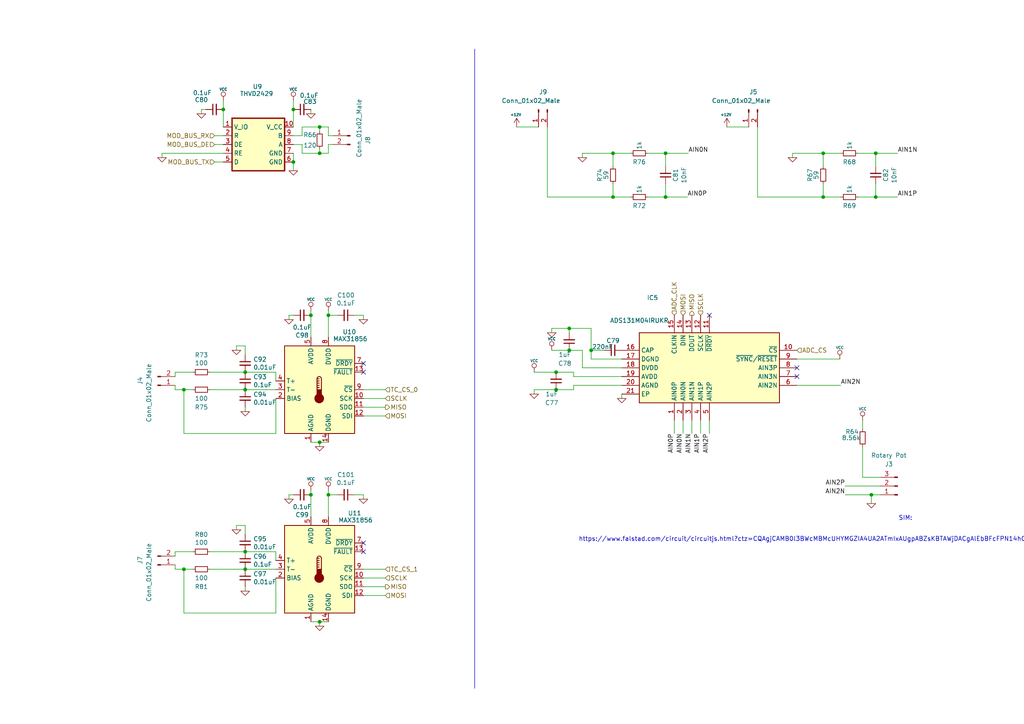
<source format=kicad_sch>
(kicad_sch (version 20250114) (generator "eeschema") (generator_version "9.0")
  (paper "A4")
  (lib_symbols
    (symbol "+5V_9" (power) (pin_names (offset 0))
      (property "Value" "+5V" (at 0 3.556 0))
      (symbol "+5V_9_0_1"
        (polyline (pts (xy -0.762 1.27) (xy 0 2.54)))
        (polyline (pts (xy 0 2.54) (xy 0.762 1.27)))
        (polyline (pts (xy 0 0) (xy 0 2.54)))
      )
      (symbol "+5V_9_1_1"
        (pin power_in line (at 0 0 90) (length 0) (hide yes) (name "+5V") (number "1"))
      )
    )
    (symbol "Connector:Conn_01x02_Male" (pin_names (offset 1.016) (hide yes))
      (property "Reference" "J" (at 0 2.54 0))
      (property "Value" "Conn_01x02_Male" (at 0 -5.08 0))
      (symbol "Conn_01x02_Male_1_1"
        (rectangle (start 0.8636 0.127) (end 0 -0.127) (stroke (width 0.1524)) (fill (type outline)))
        (rectangle (start 0.8636 -2.413) (end 0 -2.667) (stroke (width 0.1524)) (fill (type outline)))
        (polyline (pts (xy 1.27 0) (xy 0.8636 0)) (stroke (width 0.1524)))
        (polyline (pts (xy 1.27 -2.54) (xy 0.8636 -2.54)) (stroke (width 0.1524)))
        (pin passive line (at 5.08 0 180) (length 3.81) (name "Pin_1") (number "1"))
        (pin passive line (at 5.08 -2.54 180) (length 3.81) (name "Pin_2") (number "2"))
      )
    )
    (symbol "Connector:Conn_01x03_Male" (pin_names (offset 1.016) (hide yes))
      (property "Reference" "J" (at 0 5.08 0))
      (property "Value" "Conn_01x03_Male" (at 0 -5.08 0))
      (symbol "Conn_01x03_Male_1_1"
        (rectangle (start 0.8636 2.667) (end 0 2.413) (stroke (width 0.1524)) (fill (type outline)))
        (rectangle (start 0.8636 0.127) (end 0 -0.127) (stroke (width 0.1524)) (fill (type outline)))
        (rectangle (start 0.8636 -2.413) (end 0 -2.667) (stroke (width 0.1524)) (fill (type outline)))
        (polyline (pts (xy 1.27 2.54) (xy 0.8636 2.54)) (stroke (width 0.1524)))
        (polyline (pts (xy 1.27 0) (xy 0.8636 0)) (stroke (width 0.1524)))
        (polyline (pts (xy 1.27 -2.54) (xy 0.8636 -2.54)) (stroke (width 0.1524)))
        (pin passive line (at 5.08 2.54 180) (length 3.81) (name "Pin_1") (number "1"))
        (pin passive line (at 5.08 0 180) (length 3.81) (name "Pin_2") (number "2"))
        (pin passive line (at 5.08 -2.54 180) (length 3.81) (name "Pin_3") (number "3"))
      )
    )
    (symbol "Device:C_Small" (pin_numbers (hide yes)) (pin_names (offset 0.254) (hide yes))
      (property "Reference" "C" (at 0.254 1.778 0))
      (property "Value" "C_Small" (at 0.254 -2.032 0))
      (symbol "C_Small_0_1"
        (polyline (pts (xy -1.524 0.508) (xy 1.524 0.508)) (stroke (width 0.3048)))
        (polyline (pts (xy -1.524 -0.508) (xy 1.524 -0.508)) (stroke (width 0.3302)))
      )
      (symbol "C_Small_1_1"
        (pin passive line (at 0 2.54 270) (length 2.032) (name "~") (number "1"))
        (pin passive line (at 0 -2.54 90) (length 2.032) (name "~") (number "2"))
      )
    )
    (symbol "Device:R_Small" (pin_numbers (hide yes)) (pin_names (offset 0.254) (hide yes))
      (property "Reference" "R" (at 0.762 0.508 0))
      (property "Value" "R_Small" (at 0.762 -1.016 0))
      (symbol "R_Small_0_1"
        (rectangle (start -0.762 1.778) (end 0.762 -1.778) (stroke (width 0.2032)))
      )
      (symbol "R_Small_1_1"
        (pin passive line (at 0 2.54 270) (length 0.762) (name "~") (number "1"))
        (pin passive line (at 0 -2.54 90) (length 0.762) (name "~") (number "2"))
      )
    )
    (symbol "GND-RESCUE-BLDC_4_23" (power) (pin_names (offset 0))
      (symbol "GND-RESCUE-BLDC_4_23_0_1"
        (polyline (pts (xy -1.27 0) (xy 0 -1.27) (xy 1.27 0) (xy -1.27 0)))
      )
      (symbol "GND-RESCUE-BLDC_4_23_1_1"
        (pin power_in line (at 0 0 90) (length 0) (hide yes) (name "GND") (number "1"))
      )
    )
    (symbol "GND-RESCUE-BLDC_4_24" (power) (pin_names (offset 0))
      (symbol "GND-RESCUE-BLDC_4_24_0_1"
        (polyline (pts (xy -1.27 0) (xy 0 -1.27) (xy 1.27 0) (xy -1.27 0)))
      )
      (symbol "GND-RESCUE-BLDC_4_24_1_1"
        (pin power_in line (at 0 0 90) (length 0) (hide yes) (name "GND") (number "1"))
      )
    )
    (symbol "Sensor_Temperature:MAX31856"
      (property "Reference" "U" (at -7.62 13.97 0))
      (property "Value" "MAX31856" (at 13.97 13.97 0))
      (symbol "MAX31856_0_1"
        (rectangle (start -10.16 12.7) (end 10.16 -12.7) (stroke (width 0.254)) (fill (type background)))
        (polyline (pts (xy -0.762 3.175) (xy -0.762 0)) (stroke (width 0.254)))
        (polyline (pts (xy -0.762 3.175) (xy -0.127 3.175)) (stroke (width 0.254)))
        (polyline (pts (xy -0.762 2.54) (xy -0.127 2.54)) (stroke (width 0.254)))
        (polyline (pts (xy -0.762 1.905) (xy -0.127 1.905)) (stroke (width 0.254)))
        (polyline (pts (xy -0.762 1.27) (xy -0.127 1.27)) (stroke (width 0.254)))
        (polyline (pts (xy -0.762 0.635) (xy -0.127 0.635)) (stroke (width 0.254)))
        (arc (start -0.762 3.175) (mid -0.127 3.8073) (end 0.508 3.175) (stroke (width 0.254)))
        (circle (center -0.127 -2.54) (radius 1.27) (stroke (width 0.254)) (fill (type outline)))
        (polyline (pts (xy 0.508 3.175) (xy 0.508 0)) (stroke (width 0.254)))
        (rectangle (start 0.508 -1.905) (end -0.762 0) (stroke (width 0.254)) (fill (type outline)))
      )
      (symbol "MAX31856_1_1"
        (pin input line (at -12.7 2.54 0) (length 2.54) (name "T+") (number "4"))
        (pin input line (at -12.7 0 0) (length 2.54) (name "T-") (number "3"))
        (pin input line (at -12.7 -2.54 0) (length 2.54) (name "BIAS") (number "2"))
        (pin no_connect line (at -10.16 -7.62 0) (length 2.54) (hide yes) (name "DNC") (number "6"))
        (pin power_in line (at -2.54 15.24 270) (length 2.54) (name "AVDD") (number "5"))
        (pin power_in line (at -2.54 -15.24 90) (length 2.54) (name "AGND") (number "1"))
        (pin power_in line (at 2.54 15.24 270) (length 2.54) (name "DVDD") (number "8"))
        (pin power_in line (at 2.54 -15.24 90) (length 2.54) (name "DGND") (number "14"))
        (pin output line (at 12.7 7.62 180) (length 2.54) (name "~{DRDY}") (number "7"))
        (pin output line (at 12.7 5.08 180) (length 2.54) (name "~{FAULT}") (number "13"))
        (pin input line (at 12.7 0 180) (length 2.54) (name "~{CS}") (number "9"))
        (pin input line (at 12.7 -2.54 180) (length 2.54) (name "SCK") (number "10"))
        (pin output line (at 12.7 -5.08 180) (length 2.54) (name "SDO") (number "11"))
        (pin input line (at 12.7 -7.62 180) (length 2.54) (name "SDI") (number "12"))
      )
    )
    (symbol "THVD2429_1"
      (property "Reference" "U" (at 0 10.16 0))
      (property "Value" "THVD2429" (at 0 0 0))
      (symbol "THVD2429_1_1_0"
        (rectangle (start -7.62 7.62) (end 7.62 -7.62) (stroke (width 0.4064)) (fill (type color) (color 255 255 194 1)))
      )
      (symbol "THVD2429_1_1_1"
        (pin power_in line (at -10.16 5.08 0) (length 2.54) (name "V_IO") (number "1"))
        (pin output line (at -10.16 2.54 0) (length 2.54) (name "R") (number "2"))
        (pin input line (at -10.16 0 0) (length 2.54) (name "DE") (number "3"))
        (pin input line (at -10.16 -2.54 0) (length 2.54) (name "RE") (number "4"))
        (pin input line (at -10.16 -5.08 0) (length 2.54) (name "D") (number "5"))
        (pin power_in line (at 10.16 5.08 180) (length 2.54) (name "V_CC") (number "10"))
        (pin bidirectional line (at 10.16 2.54 180) (length 2.54) (name "B") (number "9"))
        (pin bidirectional line (at 10.16 0 180) (length 2.54) (name "A") (number "8"))
        (pin power_in line (at 10.16 -2.54 180) (length 2.54) (name "GND") (number "7"))
        (pin power_in line (at 10.16 -5.08 180) (length 2.54) (name "GND") (number "6"))
      )
    )
    (symbol "VCC_2" (power) (pin_names (offset 0))
      (property "Value" "VCC" (at 0 3.81 0))
      (symbol "VCC_2_0_1"
        (circle (center 0 1.905) (radius 0.635))
        (polyline (pts (xy 0 0) (xy 0 1.27)))
      )
      (symbol "VCC_2_1_1"
        (pin power_in line (at 0 0 90) (length 0) (hide yes) (name "VCC") (number "1"))
      )
    )
    (symbol "iclr:ADS131M04IRUKR"
      (property "Reference" "IC" (at 26.67 15.24 0))
      (property "Value" "ADS131M04IRUKR" (at 26.67 12.7 0))
      (symbol "ADS131M04IRUKR_1_1"
        (rectangle (start 5.08 10.16) (end 25.4 -30.48) (stroke (width 0.254)) (fill (type background)))
        (pin passive line (at 0 0 0) (length 5.08) (name "AIN0P") (number "1"))
        (pin passive line (at 0 -2.54 0) (length 5.08) (name "AIN0N") (number "2"))
        (pin passive line (at 0 -5.08 0) (length 5.08) (name "AIN1N") (number "3"))
        (pin passive line (at 0 -7.62 0) (length 5.08) (name "AIN1P") (number "4"))
        (pin passive line (at 0 -10.16 0) (length 5.08) (name "AIN2P") (number "5"))
        (pin passive line (at 7.62 15.24 270) (length 5.08) (name "EP") (number "21"))
        (pin passive line (at 10.16 15.24 270) (length 5.08) (name "AGND") (number "20"))
        (pin passive line (at 10.16 -35.56 90) (length 5.08) (name "AIN2N") (number "6"))
        (pin passive line (at 12.7 15.24 270) (length 5.08) (name "AVDD") (number "19"))
        (pin passive line (at 12.7 -35.56 90) (length 5.08) (name "AIN3N") (number "7"))
        (pin passive line (at 15.24 15.24 270) (length 5.08) (name "DVDD") (number "18"))
        (pin passive line (at 15.24 -35.56 90) (length 5.08) (name "AIN3P") (number "8"))
        (pin passive line (at 17.78 15.24 270) (length 5.08) (name "DGND") (number "17"))
        (pin passive line (at 17.78 -35.56 90) (length 5.08) (name "~{SYNC}/~{RESET}") (number "9"))
        (pin passive line (at 20.32 15.24 270) (length 5.08) (name "CAP") (number "16"))
        (pin passive line (at 20.32 -35.56 90) (length 5.08) (name "~{CS}") (number "10"))
        (pin passive line (at 30.48 0 180) (length 5.08) (name "CLKIN") (number "15"))
        (pin passive line (at 30.48 -2.54 180) (length 5.08) (name "DIN") (number "14"))
        (pin passive line (at 30.48 -5.08 180) (length 5.08) (name "DOUT") (number "13"))
        (pin passive line (at 30.48 -7.62 180) (length 5.08) (name "SCLK") (number "12"))
        (pin passive line (at 30.48 -10.16 180) (length 5.08) (name "~{DRDY}") (number "11"))
      )
    )
  )
  (text "https://www.falstad.com/circuit/circuitjs.html?ctz=CQAgjCAMB0l3BWcMBMcUHYMGZIA4UA2ATmIxAUgpABZsKBTAWjDACgAlEbBFcFPN14hCNKOJpVs0elTnQEbMBjE8+KBIW6FBuMREpwo0SRA4MAzgEsLAFwCGAOwDGDNgHMKhKpKqafNIJybAAOtKIgAoI0Eb7c4lRg8MlsAO7aglHhYlmQbNgYPhFZ-pF4uglsAE5eVCXetEZSyXnpMWJxpXF5NWrgGFp9KJLieP4eQnzYaJOzwQVSwmACs8qDlelDI0OaUGxAA" (at 346.71 156.464 0) (effects (font (size 1.27 1.27))))
  (text "https://www.falstad.com/circuit/circuitjs.html?ctz=CQAgjCAMB0l3BWcMBMcUHYMGZIA4UA2ATmIxAUgpABZsKBTAWjDACgB3EQvPcFPgmIp+fSJ268QKGlSEiZVcQGMKw0WoWza4ZnxbQwebNhoyMNQnDCUaUWJAjiuJwtzuuN4gE6aNNPCowAShkODYAZWkMBXxorSVwEAAzAEMAGwBnBlCUCWwEBOkpRSh8wultOiKfWjgQT2w0Buw3INlwrlLu7U9xAAdJPlKePmC+ekSweBm2ACUNQI1x0KptJESYBHn-MZDNuv5V+22otD5COxXL0Ig0rJyqPK6Y93iGkWcWtxvGz4kOm9AU0yl0EG4ek9tF9MCIbrDpHFak0qJ5Sn1JNNxFECgpwQ0Krg7Il7tlcvlWg1IB5mkTQR9UdSGd96a0JkzgUyvpy7MDKV9cdJ8YLSrU+W4Aqj+SBiNhpmwAOa0JaeSUEz5lXxq0rySpTeCK2jEH6840gJZKCluFbVLwA+o3W03L6jDQYHh23zuvZ8b160LYYizbAYKiu0p+9GrAFLG0glbckGlbXQgFmx0g50AkFLJ3EiTnN6FkHiTK0HNreP7UKkhhsMu25Px9RBFIZbJsLVVvi2sAto3QYhsMAWRH6eFxeNhJSD4iUGYL6wgOYMTIAS0yABdUgA7ZR1royEAsCGvE-0hHnhElw0jtxMG5348BaNcJ8PuyFj+a8A2ERgGgrj-MdQhoYhB3rX8KhQfFWGgpEa3bOsyzgkQzVQ8BANuNsHgkYQ+CWfDlXpDD0OAi0JGCMA3FjcjLTfYCYOtNAnnxL5gnqACgIqLiyhDdo4iYzCSmFaNfAAqReIk4Y2KpWY31kMYsOkzD8wY5paIqCi30gWDlOA3jxCVKiaKCFBqJlNofw41jrTlPErKxdjIFeBFplcti8PUQj1BQI8vjICF8WNWySI480gnCl9nPxWNdIlMQvJEHyRGiyIZRCJY8BfC0klrckFmyi47CK8ArLWMzji2HZSrNUrDNAuQqugbZBgAwS9LiXjJluRdnI861GM8nSBrCGS2nS0gFCPKahXKnCySeTtwHs1T+E4rCggNHTYq2vT81UMBVqk1ahKuPRjxgUhphgkcaBwSAeEgT4HCcSjFLmlbgk+9iPpO77DNvFj1XW1EPUtcTwsFGyQaoWV5XU1FmlYWkKmcqQUV-Wlmmc3pkepVE0co+LmWmPHLSidyFFeKnmRJJDyXEgmQZC2HMU6SzQtZwVahRwn-2ZnnMINNdkHxc8iPPGdnuJ-EX2mcWLICkIJZCNKgA" (at 202.438 -6.858 0) (effects (font (size 1.27 1.27))))
  (text "SIM:" (at 262.636 150.368 0) (effects (font (size 1.27 1.27))))
  (junction (at 254 57.15))
  (junction (at 85.09 46.99))
  (junction (at 161.29 107.95))
  (junction (at 193.04 57.15))
  (junction (at 254 44.45))
  (junction (at 238.76 57.15))
  (junction (at 71.12 165.1))
  (junction (at 161.29 113.03))
  (junction (at 177.8 44.45))
  (junction (at 53.34 165.1))
  (junction (at 95.25 91.44))
  (junction (at 90.17 143.51))
  (junction (at 92.71 180.34))
  (junction (at 171.45 101.6))
  (junction (at 193.04 44.45))
  (junction (at 71.12 107.95))
  (junction (at 92.71 44.45))
  (junction (at 90.17 91.44))
  (junction (at 64.77 31.75))
  (junction (at 71.12 160.02))
  (junction (at 252.73 143.51))
  (junction (at 165.1 95.25))
  (junction (at 177.8 57.15))
  (junction (at 85.09 31.75))
  (junction (at 53.34 113.03))
  (junction (at 165.1 101.6))
  (junction (at 92.71 128.27))
  (junction (at 92.71 36.83))
  (junction (at 71.12 113.03))
  (junction (at 95.25 143.51))
  (junction (at 238.76 44.45))
  (no_connect (at 205.74 91.44))
  (no_connect (at 105.41 107.95))
  (no_connect (at 105.41 105.41))
  (no_connect (at 105.41 160.02))
  (no_connect (at 231.14 109.22))
  (no_connect (at 231.14 106.68))
  (no_connect (at 105.41 157.48))
  (wire (pts (xy 64.77 44.45) (xy 46.99 44.45)))
  (wire (pts (xy 229.87 44.45) (xy 238.76 44.45)))
  (wire (pts (xy 60.96 107.95) (xy 71.12 107.95)))
  (wire (pts (xy 95.25 44.45) (xy 92.71 44.45)))
  (wire (pts (xy 68.58 152.4) (xy 71.12 152.4)))
  (wire (pts (xy 195.58 125.73) (xy 195.58 121.92)))
  (wire (pts (xy 59.69 31.75) (xy 58.42 31.75)))
  (wire (pts (xy 158.75 57.15) (xy 177.8 57.15)))
  (wire (pts (xy 97.79 143.51) (xy 95.25 143.51)))
  (wire (pts (xy 83.82 143.51) (xy 85.09 143.51)))
  (wire (pts (xy 168.91 44.45) (xy 177.8 44.45)))
  (wire (pts (xy 105.41 91.44) (xy 105.41 92.71)))
  (wire (pts (xy 85.09 29.21) (xy 85.09 31.75)))
  (wire (pts (xy 160.02 95.25) (xy 160.02 96.52)))
  (wire (pts (xy 85.09 39.37) (xy 87.63 39.37)))
  (wire (pts (xy 111.76 120.65) (xy 105.41 120.65)))
  (wire (pts (xy 165.1 95.25) (xy 165.1 96.52)))
  (wire (pts (xy 166.37 111.76) (xy 180.34 111.76)))
  (wire (pts (xy 96.52 41.91) (xy 95.25 41.91)))
  (wire (pts (xy 68.58 100.33) (xy 71.12 100.33)))
  (wire (pts (xy 200.66 125.73) (xy 200.66 121.92)))
  (wire (pts (xy 83.82 91.44) (xy 85.09 91.44)))
  (wire (pts (xy 62.23 41.91) (xy 64.77 41.91)))
  (wire (pts (xy 102.87 91.44) (xy 105.41 91.44)))
  (wire (pts (xy 248.92 57.15) (xy 254 57.15)))
  (wire (pts (xy 80.01 167.64) (xy 80.01 177.8)))
  (wire (pts (xy 166.37 109.22) (xy 180.34 109.22)))
  (wire (pts (xy 165.1 95.25) (xy 171.45 95.25)))
  (wire (pts (xy 95.25 142.24) (xy 95.25 143.51)))
  (wire (pts (xy 231.14 104.14) (xy 243.586 104.14)))
  (wire (pts (xy 193.04 57.15) (xy 199.39 57.15)))
  (wire (pts (xy 250.19 129.54) (xy 250.19 138.43)))
  (wire (pts (xy 171.45 104.14) (xy 180.34 104.14)))
  (wire (pts (xy 95.25 90.17) (xy 95.25 91.44)))
  (wire (pts (xy 92.71 180.34) (xy 95.25 180.34)))
  (wire (pts (xy 254 44.45) (xy 260.35 44.45)))
  (wire (pts (xy 254 48.26) (xy 254 44.45)))
  (wire (pts (xy 229.87 44.45) (xy 229.87 45.72)))
  (wire (pts (xy 68.58 152.4) (xy 68.58 153.67)))
  (wire (pts (xy 53.34 113.03) (xy 55.88 113.03)))
  (wire (pts (xy 193.04 44.45) (xy 187.96 44.45)))
  (wire (pts (xy 71.12 100.33) (xy 71.12 102.87)))
  (wire (pts (xy 50.8 113.03) (xy 53.34 113.03)))
  (wire (pts (xy 71.12 113.03) (xy 80.01 113.03)))
  (wire (pts (xy 111.76 170.18) (xy 105.41 170.18)))
  (wire (pts (xy 111.76 172.72) (xy 105.41 172.72)))
  (wire (pts (xy 177.8 48.26) (xy 177.8 44.45)))
  (wire (pts (xy 166.37 113.03) (xy 166.37 111.76)))
  (wire (pts (xy 80.01 160.02) (xy 80.01 162.56)))
  (wire (pts (xy 219.71 36.83) (xy 219.71 57.15)))
  (wire (pts (xy 95.25 41.91) (xy 95.25 44.45)))
  (wire (pts (xy 96.52 39.37) (xy 95.25 39.37)))
  (wire (pts (xy 154.94 107.95) (xy 161.29 107.95)))
  (wire (pts (xy 210.82 36.83) (xy 217.17 36.83)))
  (wire (pts (xy 53.34 165.1) (xy 55.88 165.1)))
  (wire (pts (xy 90.17 128.27) (xy 92.71 128.27)))
  (wire (pts (xy 53.34 177.8) (xy 53.34 165.1)))
  (wire (pts (xy 62.23 46.99) (xy 64.77 46.99)))
  (wire (pts (xy 85.09 36.83) (xy 85.09 31.75)))
  (wire (pts (xy 64.77 29.21) (xy 64.77 31.75)))
  (wire (pts (xy 205.74 121.92) (xy 205.74 125.73)))
  (wire (pts (xy 58.42 31.75) (xy 58.42 33.02)))
  (wire (pts (xy 168.91 106.68) (xy 180.34 106.68)))
  (wire (pts (xy 90.17 143.51) (xy 90.17 149.86)))
  (wire (pts (xy 92.71 43.18) (xy 92.71 44.45)))
  (wire (pts (xy 161.29 113.03) (xy 166.37 113.03)))
  (wire (pts (xy 85.09 46.99) (xy 85.09 49.53)))
  (wire (pts (xy 254 57.15) (xy 254 53.34)))
  (wire (pts (xy 55.88 107.95) (xy 50.8 107.95)))
  (wire (pts (xy 238.76 57.15) (xy 243.84 57.15)))
  (wire (pts (xy 177.8 57.15) (xy 182.88 57.15)))
  (wire (pts (xy 50.8 111.76) (xy 50.8 113.03)))
  (wire (pts (xy 231.14 111.76) (xy 243.84 111.76)))
  (wire (pts (xy 80.01 125.73) (xy 53.34 125.73)))
  (wire (pts (xy 87.63 36.83) (xy 92.71 36.83)))
  (wire (pts (xy 71.12 170.18) (xy 71.12 171.45)))
  (wire (pts (xy 160.02 95.25) (xy 165.1 95.25)))
  (wire (pts (xy 149.86 36.83) (xy 156.21 36.83)))
  (wire (pts (xy 193.04 57.15) (xy 193.04 53.34)))
  (wire (pts (xy 252.73 143.51) (xy 252.73 146.05)))
  (wire (pts (xy 50.8 107.95) (xy 50.8 109.22)))
  (wire (pts (xy 60.96 160.02) (xy 71.12 160.02)))
  (wire (pts (xy 111.76 118.11) (xy 105.41 118.11)))
  (wire (pts (xy 154.94 113.03) (xy 161.29 113.03)))
  (wire (pts (xy 90.17 180.34) (xy 92.71 180.34)))
  (wire (pts (xy 177.8 53.34) (xy 177.8 57.15)))
  (wire (pts (xy 193.04 44.45) (xy 199.644 44.45)))
  (wire (pts (xy 111.76 165.1) (xy 105.41 165.1)))
  (wire (pts (xy 87.63 41.91) (xy 87.63 44.45)))
  (polyline (pts (xy 137.668 14.224) (xy 137.668 199.644)))
  (wire (pts (xy 111.76 113.03) (xy 105.41 113.03)))
  (wire (pts (xy 245.11 140.97) (xy 255.27 140.97)))
  (wire (pts (xy 180.34 114.3) (xy 180.34 115.57)))
  (wire (pts (xy 50.8 163.83) (xy 50.8 165.1)))
  (wire (pts (xy 71.12 160.02) (xy 80.01 160.02)))
  (wire (pts (xy 161.29 107.95) (xy 166.37 107.95)))
  (wire (pts (xy 198.12 125.73) (xy 198.12 121.92)))
  (wire (pts (xy 83.82 143.51) (xy 83.82 144.78)))
  (wire (pts (xy 71.12 152.4) (xy 71.12 154.94)))
  (wire (pts (xy 254 57.15) (xy 260.35 57.15)))
  (wire (pts (xy 102.87 143.51) (xy 105.41 143.51)))
  (wire (pts (xy 97.79 91.44) (xy 95.25 91.44)))
  (wire (pts (xy 80.01 115.57) (xy 80.01 125.73)))
  (wire (pts (xy 83.82 91.44) (xy 83.82 92.71)))
  (wire (pts (xy 71.12 165.1) (xy 80.01 165.1)))
  (wire (pts (xy 90.17 31.75) (xy 90.17 33.02)))
  (wire (pts (xy 90.17 143.51) (xy 90.17 142.24)))
  (wire (pts (xy 92.71 36.83) (xy 95.25 36.83)))
  (wire (pts (xy 250.19 121.92) (xy 250.19 124.46)))
  (wire (pts (xy 85.09 44.45) (xy 85.09 46.99)))
  (wire (pts (xy 62.23 39.37) (xy 64.77 39.37)))
  (wire (pts (xy 92.71 128.27) (xy 95.25 128.27)))
  (wire (pts (xy 92.71 36.83) (xy 92.71 38.1)))
  (wire (pts (xy 95.25 143.51) (xy 95.25 149.86)))
  (wire (pts (xy 85.09 41.91) (xy 87.63 41.91)))
  (wire (pts (xy 187.96 57.15) (xy 193.04 57.15)))
  (wire (pts (xy 55.88 160.02) (xy 50.8 160.02)))
  (wire (pts (xy 168.91 44.45) (xy 168.91 45.72)))
  (wire (pts (xy 168.91 101.6) (xy 168.91 106.68)))
  (wire (pts (xy 68.58 100.33) (xy 68.58 101.6)))
  (wire (pts (xy 154.94 114.3) (xy 154.94 113.03)))
  (wire (pts (xy 238.76 53.34) (xy 238.76 57.15)))
  (wire (pts (xy 177.8 44.45) (xy 182.88 44.45)))
  (wire (pts (xy 60.96 113.03) (xy 71.12 113.03)))
  (wire (pts (xy 193.04 48.26) (xy 193.04 44.45)))
  (wire (pts (xy 50.8 165.1) (xy 53.34 165.1)))
  (wire (pts (xy 90.17 91.44) (xy 90.17 97.79)))
  (wire (pts (xy 158.75 36.83) (xy 158.75 57.15)))
  (wire (pts (xy 238.76 48.26) (xy 238.76 44.45)))
  (wire (pts (xy 219.71 57.15) (xy 238.76 57.15)))
  (wire (pts (xy 92.71 180.34) (xy 92.71 181.61)))
  (wire (pts (xy 87.63 39.37) (xy 87.63 36.83)))
  (wire (pts (xy 60.96 165.1) (xy 71.12 165.1)))
  (wire (pts (xy 80.01 107.95) (xy 80.01 110.49)))
  (wire (pts (xy 64.77 31.75) (xy 64.77 36.83)))
  (wire (pts (xy 160.02 101.6) (xy 165.1 101.6)))
  (wire (pts (xy 92.71 128.27) (xy 92.71 129.54)))
  (wire (pts (xy 87.63 44.45) (xy 92.71 44.45)))
  (wire (pts (xy 171.45 101.6) (xy 175.26 101.6)))
  (wire (pts (xy 254 44.45) (xy 248.92 44.45)))
  (wire (pts (xy 95.25 91.44) (xy 95.25 97.79)))
  (wire (pts (xy 90.17 91.44) (xy 90.17 90.17)))
  (wire (pts (xy 166.37 107.95) (xy 166.37 109.22)))
  (wire (pts (xy 46.99 44.45) (xy 46.99 45.72)))
  (wire (pts (xy 245.11 143.51) (xy 252.73 143.51)))
  (wire (pts (xy 203.2 125.73) (xy 203.2 121.92)))
  (wire (pts (xy 71.12 118.11) (xy 71.12 119.38)))
  (wire (pts (xy 50.8 160.02) (xy 50.8 161.29)))
  (wire (pts (xy 80.01 177.8) (xy 53.34 177.8)))
  (wire (pts (xy 105.41 167.64) (xy 111.76 167.64)))
  (wire (pts (xy 171.45 95.25) (xy 171.45 101.6)))
  (wire (pts (xy 165.1 101.6) (xy 168.91 101.6)))
  (wire (pts (xy 238.76 44.45) (xy 243.84 44.45)))
  (wire (pts (xy 53.34 125.73) (xy 53.34 113.03)))
  (wire (pts (xy 105.41 115.57) (xy 111.76 115.57)))
  (wire (pts (xy 250.19 138.43) (xy 255.27 138.43)))
  (wire (pts (xy 95.25 39.37) (xy 95.25 36.83)))
  (wire (pts (xy 171.45 101.6) (xy 171.45 104.14)))
  (wire (pts (xy 252.73 143.51) (xy 255.27 143.51)))
  (wire (pts (xy 71.12 107.95) (xy 80.01 107.95)))
  (wire (pts (xy 105.41 143.51) (xy 105.41 144.78)))
  (label "AIN1N" (at 200.66 125.73 270))
  (label "AIN2N" (at 243.84 111.76 0))
  (label "AIN1P" (at 260.35 57.15 0))
  (label "AIN0N" (at 199.644 44.45 0))
  (label "AIN1P" (at 203.2 125.73 270))
  (label "AIN2P" (at 245.11 140.97 180))
  (label "AIN0P" (at 195.58 125.73 270))
  (label "AIN2P" (at 205.74 125.73 270))
  (label "AIN1N" (at 260.35 44.45 0))
  (label "AIN2N" (at 245.11 143.51 180))
  (label "AIN0N" (at 198.12 125.73 270))
  (label "AIN0P" (at 199.39 57.15 0))
  (hierarchical_label "MISO" (shape output) (at 111.76 170.18 0))
  (hierarchical_label "TC_CS_0" (shape input) (at 111.76 113.03 0))
  (hierarchical_label "MOD_BUS_TX" (shape input) (at 62.23 46.99 180))
  (hierarchical_label "MISO" (shape output) (at 200.66 91.44 90))
  (hierarchical_label "ADC_CLK" (shape input) (at 195.58 91.44 90))
  (hierarchical_label "SCLK" (shape input) (at 203.2 91.44 90))
  (hierarchical_label "MOSI" (shape input) (at 111.76 120.65 0))
  (hierarchical_label "MOSI" (shape input) (at 111.76 172.72 0))
  (hierarchical_label "MOD_BUS_DE" (shape input) (at 62.23 41.91 180))
  (hierarchical_label "MOD_BUS_RX" (shape input) (at 62.23 39.37 180))
  (hierarchical_label "SCLK" (shape input) (at 111.76 167.64 0))
  (hierarchical_label "MOSI" (shape input) (at 198.12 91.44 90))
  (hierarchical_label "SCLK" (shape input) (at 111.76 115.57 0))
  (hierarchical_label "MISO" (shape output) (at 111.76 118.11 0))
  (hierarchical_label "ADC_CS" (shape input) (at 231.14 101.6 0))
  (hierarchical_label "TC_CS_1" (shape input) (at 111.76 165.1 0))
  (symbol (lib_name "GND-RESCUE-BLDC_4_24") (lib_id "BLDC_4-rescue:GND-RESCUE-BLDC_4") (at 71.12 171.45 0) (unit 1)
    (property "Reference" "#PWR0141" (effects (hide yes)))
    (property "Value" "GND" (effects (hide yes)))
  )
  (symbol (lib_id "Device:R_Small") (at 177.8 50.8 180) (unit 1)
    (property "Reference" "R74" (at 173.99 50.8 90))
    (property "Value" "59" (at 175.768 50.8 90))
    (property "Footprint" "Resistor_SMD:R_0402_1005Metric" (effects (hide yes)))
    (property "MPN" "RT0402BRD0749R9L" (effects (hide yes)))
  )
  (symbol (lib_name "THVD2429_1") (lib_id "ICLR_HW:THVD2429") (at 74.93 41.91 0) (unit 1)
    (property "Reference" "U9" (at 74.676 25.146 0))
    (property "Value" "THVD2429" (at 74.422 27.178 0))
    (property "Footprint" "iclr:TPS74901DRCR" (effects (hide yes)))
    (property "Datasheet" "https://www.ti.com/lit/ds/symlink/thvd2429.pdf?ts=1768850066719&ref_url=https%253A%252F%252Fwww.mouser.pl%252F" (effects (hide yes)))
  )
  (symbol (lib_name "VCC_2") (lib_id "BLDC_4-rescue:VCC") (at 154.94 107.95 0) (unit 1)
    (property "Reference" "#PWR0118" (effects (hide yes)))
    (property "Value" "VCC" (at 154.94 104.648 0) (effects (font (size 0.762 0.762))))
  )
  (symbol (lib_name "VCC_2") (lib_id "BLDC_4-rescue:VCC") (at 160.02 101.6 0) (unit 1)
    (property "Reference" "#PWR096" (effects (hide yes)))
    (property "Value" "VCC" (at 160.02 98.298 0) (effects (font (size 0.762 0.762))))
  )
  (symbol (lib_id "Device:R_Small") (at 58.42 107.95 270) (unit 1)
    (property "Reference" "R73" (at 58.42 102.9716 90))
    (property "Value" "100" (at 58.42 105.283 90))
    (property "Footprint" "Resistor_SMD:R_0402_1005Metric" (effects (hide yes)))
  )
  (symbol (lib_name "GND-RESCUE-BLDC_4_24") (lib_id "BLDC_4-rescue:GND-RESCUE-BLDC_4") (at 85.09 49.53 0) (unit 1)
    (property "Reference" "#PWR0128" (effects (hide yes)))
    (property "Value" "GND" (effects (hide yes)))
  )
  (symbol (lib_id "Device:C_Small") (at 62.23 31.75 90) (unit 1)
    (property "Reference" "C80" (at 58.42 28.956 90))
    (property "Value" "0.1uF" (at 58.674 26.924 90))
    (property "Footprint" "Capacitor_SMD:C_0402_1005Metric" (effects (hide yes)))
  )
  (symbol (lib_name "GND-RESCUE-BLDC_4_24") (lib_id "BLDC_4-rescue:GND-RESCUE-BLDC_4") (at 92.71 181.61 0) (unit 1)
    (property "Reference" "#PWR0147" (effects (hide yes)))
    (property "Value" "GND" (effects (hide yes)))
  )
  (symbol (lib_id "Device:C_Small") (at 71.12 110.49 0) (unit 1)
    (property "Reference" "C93" (at 73.4568 109.3216 0) (effects (justify left)))
    (property "Value" "0.1uF" (at 73.4568 111.633 0) (effects (justify left)))
    (property "Footprint" "Capacitor_SMD:C_0402_1005Metric" (effects (hide yes)))
  )
  (symbol (lib_id "Device:C_Small") (at 87.63 31.75 90) (unit 1)
    (property "Reference" "C83" (at 89.916 29.464 90))
    (property "Value" "0.1uF" (at 89.662 27.686 90))
    (property "Footprint" "Capacitor_SMD:C_0402_1005Metric" (effects (hide yes)))
  )
  (symbol (lib_id "Device:C_Small") (at 193.04 50.8 180) (unit 1)
    (property "Reference" "C81" (at 195.9497 50.8 90))
    (property "Value" "10nF" (at 198.374 50.8 90))
    (property "Footprint" "Capacitor_SMD:C_0402_1005Metric" (effects (hide yes)))
    (property "Description" "Unpolarized capacitor, small symbol" (effects (hide yes)))
  )
  (symbol (lib_name "GND-RESCUE-BLDC_4_24") (lib_id "BLDC_4-rescue:GND-RESCUE-BLDC_4") (at 180.34 115.57 0) (unit 1)
    (property "Reference" "#PWR0114" (effects (hide yes)))
    (property "Value" "GND" (effects (hide yes)))
  )
  (symbol (lib_id "Device:R_Small") (at 246.38 44.45 90) (unit 1)
    (property "Reference" "R68" (at 246.38 46.99 90))
    (property "Value" "1k" (at 246.38 42.164 0))
    (property "Footprint" "Resistor_SMD:R_0402_1005Metric" (effects (hide yes)))
  )
  (symbol (lib_id "Device:R_Small") (at 250.19 127 0) (unit 1)
    (property "Reference" "R64" (at 247.142 125.222 0))
    (property "Value" "8.56k" (at 246.888 127 0))
    (property "Footprint" "Resistor_SMD:R_0402_1005Metric" (effects (hide yes)))
  )
  (symbol (lib_id "Device:C_Small") (at 71.12 162.56 0) (unit 1)
    (property "Reference" "C96" (at 73.4568 161.3916 0) (effects (justify left)))
    (property "Value" "0.1uF" (at 73.4568 163.703 0) (effects (justify left)))
    (property "Footprint" "Capacitor_SMD:C_0402_1005Metric" (effects (hide yes)))
  )
  (symbol (lib_name "GND-RESCUE-BLDC_4_24") (lib_id "BLDC_4-rescue:GND-RESCUE-BLDC_4") (at 92.71 129.54 0) (unit 1)
    (property "Reference" "#PWR0146" (effects (hide yes)))
    (property "Value" "GND" (effects (hide yes)))
  )
  (symbol (lib_id "Device:R_Small") (at 58.42 160.02 270) (unit 1)
    (property "Reference" "R80" (at 58.42 155.0416 90))
    (property "Value" "100" (at 58.42 157.353 90))
    (property "Footprint" "Resistor_SMD:R_0402_1005Metric" (effects (hide yes)))
  )
  (symbol (lib_name "+5V_9") (lib_id "BLDC_4-rescue:+5V") (at 210.82 36.83 0) (unit 1)
    (property "Reference" "#PWR0116" (effects (hide yes)))
    (property "Value" "+12V" (at 210.566 33.274 0) (effects (font (size 0.762 0.762))))
  )
  (symbol (lib_name "GND-RESCUE-BLDC_4_24") (lib_id "BLDC_4-rescue:GND-RESCUE-BLDC_4") (at 160.02 96.52 0) (unit 1)
    (property "Reference" "#PWR0112" (effects (hide yes)))
    (property "Value" "GND" (effects (hide yes)))
  )
  (symbol (lib_name "GND-RESCUE-BLDC_4_24") (lib_id "BLDC_4-rescue:GND-RESCUE-BLDC_4") (at 68.58 101.6 0) (unit 1)
    (property "Reference" "#PWR0138" (effects (hide yes)))
    (property "Value" "GND" (effects (hide yes)))
  )
  (symbol (lib_id "Device:C_Small") (at 71.12 115.57 0) (unit 1)
    (property "Reference" "C94" (at 73.4568 114.4016 0) (effects (justify left)))
    (property "Value" "0.01uF" (at 73.4568 116.713 0) (effects (justify left)))
    (property "Footprint" "Capacitor_SMD:C_0402_1005Metric" (effects (hide yes)))
  )
  (symbol (lib_name "GND-RESCUE-BLDC_4_24") (lib_id "BLDC_4-rescue:GND-RESCUE-BLDC_4") (at 83.82 92.71 0) (unit 1)
    (property "Reference" "#PWR0142" (effects (hide yes)))
    (property "Value" "GND" (effects (hide yes)))
  )
  (symbol (lib_name "VCC_2") (lib_id "BLDC_4-rescue:VCC") (at 90.17 142.24 0) (unit 1)
    (property "Reference" "#PWR0145" (effects (hide yes)))
    (property "Value" "VCC" (at 90.17 138.938 0) (effects (font (size 0.762 0.762))))
  )
  (symbol (lib_id "Connector:Conn_01x02_Male") (at 101.6 39.37 0) (mirror y) (unit 1)
    (property "Reference" "J8" (at 106.68 41.91 90) (effects (justify left)))
    (property "Value" "Conn_01x02_Male" (at 104.14 45.72 90) (effects (justify left)))
    (property "Footprint" "Connector_Molex:Molex_Nano-Fit_105313-xx02_1x02_P2.50mm_Horizontal" (effects (hide yes)))
  )
  (symbol (lib_id "Device:R_Small") (at 185.42 44.45 90) (unit 1)
    (property "Reference" "R76" (at 185.42 46.99 90))
    (property "Value" "1k" (at 185.42 42.164 0))
    (property "Footprint" "Resistor_SMD:R_0402_1005Metric" (effects (hide yes)))
  )
  (symbol (lib_id "iclr:ADS131M04IRUKR") (at 195.58 121.92 90) (unit 1)
    (property "Reference" "IC5" (at 189.2614 86.36 90))
    (property "Value" "ADS131M04IRUKR" (at 185.42 92.964 90))
    (property "Footprint" "iclr:QFN40P300X300X80-21N-D" (effects (hide yes)))
    (property "Datasheet" "https://www.ti.com/lit/ds/symlink/ads131m04.pdf?ts=1684296802707" (effects (hide yes)))
    (property "Description" "4-channel, simultaneously-sampling, 24-bit, delta-sigma ADC" (effects (hide yes)))
    (property "Height" "0.8" (effects (hide yes)))
    (property "Manufacturer_Name" "Texas Instruments" (effects (hide yes)))
    (property "Manufacturer_Part_Number" "ADS131M04IRUKR" (effects (hide yes)))
    (property "Mouser Part Number" "595-ADS131M04IRUKR" (effects (hide yes)))
    (property "Mouser Price/Stock" "https://www.mouser.co.uk/ProductDetail/Texas-Instruments/ADS131M04IRUKR?qs=vLWxofP3U2wP1yUmK0B01A%3D%3D" (effects (hide yes)))
    (property "Arrow Part Number" "ADS131M04IRUKR" (effects (hide yes)))
    (property "Arrow Price/Stock" "https://www.arrow.com/en/products/ads131m04irukr/texas-instruments?region=nac" (effects (hide yes)))
    (property "MPN" "ADS131M04IRUKR" (effects (hide yes)))
  )
  (symbol (lib_name "GND-RESCUE-BLDC_4_24") (lib_id "BLDC_4-rescue:GND-RESCUE-BLDC_4") (at 154.94 114.3 0) (unit 1)
    (property "Reference" "#PWR0111" (effects (hide yes)))
    (property "Value" "GND" (effects (hide yes)))
  )
  (symbol (lib_id "Device:R_Small") (at 185.42 57.15 90) (unit 1)
    (property "Reference" "R72" (at 185.42 59.69 90))
    (property "Value" "1k" (at 185.42 54.864 0))
    (property "Footprint" "Resistor_SMD:R_0402_1005Metric" (effects (hide yes)))
  )
  (symbol (lib_name "GND-RESCUE-BLDC_4_23") (lib_id "BLDC_4-rescue:GND-RESCUE-BLDC_4") (at 168.91 45.72 0) (unit 1)
    (property "Reference" "#PWR0119" (effects (hide yes)))
    (property "Value" "GND" (effects (hide yes)))
  )
  (symbol (lib_name "GND-RESCUE-BLDC_4_24") (lib_id "BLDC_4-rescue:GND-RESCUE-BLDC_4") (at 105.41 92.71 0) (unit 1)
    (property "Reference" "#PWR0150" (effects (hide yes)))
    (property "Value" "GND" (effects (hide yes)))
  )
  (symbol (lib_id "Device:C_Small") (at 161.29 110.49 180) (unit 1)
    (property "Reference" "C77" (at 160.02 116.84 0))
    (property "Value" "1uF" (at 160.02 114.3 0))
    (property "Footprint" "Capacitor_SMD:C_0402_1005Metric" (effects (hide yes)))
  )
  (symbol (lib_id "Connector:Conn_01x02_Male") (at 45.72 111.76 0) (mirror x) (unit 1)
    (property "Reference" "J4" (at 40.64 109.22 90) (effects (justify left)))
    (property "Value" "Conn_01x02_Male" (at 43.18 105.41 90) (effects (justify left)))
    (property "Footprint" "Connector_Molex:Molex_Nano-Fit_105313-xx02_1x02_P2.50mm_Horizontal" (effects (hide yes)))
  )
  (symbol (lib_id "Device:R_Small") (at 92.71 40.64 0) (unit 1)
    (property "Reference" "R66" (at 89.916 39.116 0))
    (property "Value" "120" (at 89.916 42.164 0))
    (property "Footprint" "Resistor_SMD:R_0402_1005Metric" (effects (hide yes)))
  )
  (symbol (lib_name "GND-RESCUE-BLDC_4_24") (lib_id "BLDC_4-rescue:GND-RESCUE-BLDC_4") (at 71.12 119.38 0) (unit 1)
    (property "Reference" "#PWR0140" (effects (hide yes)))
    (property "Value" "GND" (effects (hide yes)))
  )
  (symbol (lib_name "VCC_2") (lib_id "BLDC_4-rescue:VCC") (at 90.17 90.17 0) (unit 1)
    (property "Reference" "#PWR0144" (effects (hide yes)))
    (property "Value" "VCC" (at 90.17 86.868 0) (effects (font (size 0.762 0.762))))
  )
  (symbol (lib_id "Device:R_Small") (at 58.42 165.1 90) (unit 1)
    (property "Reference" "R81" (at 58.42 170.18 90))
    (property "Value" "100" (at 58.42 167.64 90))
    (property "Footprint" "Resistor_SMD:R_0402_1005Metric" (effects (hide yes)))
  )
  (symbol (lib_id "Device:C_Small") (at 87.63 143.51 90) (unit 1)
    (property "Reference" "C99" (at 87.63 149.3266 90))
    (property "Value" "0.1uF" (at 87.63 147.0152 90))
    (property "Footprint" "Capacitor_SMD:C_0402_1005Metric" (effects (hide yes)))
  )
  (symbol (lib_id "Device:C_Small") (at 100.33 91.44 270) (unit 1)
    (property "Reference" "C100" (at 100.33 85.6234 90))
    (property "Value" "0.1uF" (at 100.33 87.9348 90))
    (property "Footprint" "Capacitor_SMD:C_0402_1005Metric" (effects (hide yes)))
  )
  (symbol (lib_name "GND-RESCUE-BLDC_4_24") (lib_id "BLDC_4-rescue:GND-RESCUE-BLDC_4") (at 68.58 153.67 0) (unit 1)
    (property "Reference" "#PWR0139" (effects (hide yes)))
    (property "Value" "GND" (effects (hide yes)))
  )
  (symbol (lib_id "Device:R_Small") (at 246.38 57.15 90) (unit 1)
    (property "Reference" "R69" (at 246.38 59.69 90))
    (property "Value" "1k" (at 246.38 54.864 0))
    (property "Footprint" "Resistor_SMD:R_0402_1005Metric" (effects (hide yes)))
  )
  (symbol (lib_id "Connector:Conn_01x02_Male") (at 45.72 163.83 0) (mirror x) (unit 1)
    (property "Reference" "J7" (at 40.64 161.29 90) (effects (justify left)))
    (property "Value" "Conn_01x02_Male" (at 43.18 157.48 90) (effects (justify left)))
    (property "Footprint" "Connector_Molex:Molex_Nano-Fit_105313-xx02_1x02_P2.50mm_Horizontal" (effects (hide yes)))
  )
  (symbol (lib_name "VCC_2") (lib_id "BLDC_4-rescue:VCC") (at 250.19 121.92 0) (unit 1)
    (property "Reference" "#PWR0121" (effects (hide yes)))
    (property "Value" "VCC" (at 250.19 118.618 0) (effects (font (size 0.762 0.762))))
  )
  (symbol (lib_id "Connector:Conn_01x02_Male") (at 217.17 31.75 90) (mirror x) (unit 1)
    (property "Reference" "J5" (at 219.71 26.67 90) (effects (justify left)))
    (property "Value" "Conn_01x02_Male" (at 223.52 29.21 90) (effects (justify left)))
    (property "Footprint" "Connector_Molex:Molex_Nano-Fit_105313-xx02_1x02_P2.50mm_Horizontal" (effects (hide yes)))
  )
  (symbol (lib_name "GND-RESCUE-BLDC_4_24") (lib_id "BLDC_4-rescue:GND-RESCUE-BLDC_4") (at 83.82 144.78 0) (unit 1)
    (property "Reference" "#PWR0143" (effects (hide yes)))
    (property "Value" "GND" (effects (hide yes)))
  )
  (symbol (lib_name "GND-RESCUE-BLDC_4_24") (lib_id "BLDC_4-rescue:GND-RESCUE-BLDC_4") (at 252.73 146.05 0) (unit 1)
    (property "Reference" "#PWR0120" (effects (hide yes)))
    (property "Value" "GND" (effects (hide yes)))
  )
  (symbol (lib_id "Connector:Conn_01x03_Male") (at 260.35 140.97 180) (unit 1)
    (property "Reference" "J3" (at 257.81 134.62 0))
    (property "Value" "Rotary Pot" (at 257.81 132.08 0))
    (property "Footprint" "iclr:Molex_Nano-Fit_105313-xx03_1x03_P2.50mm_Horizontal" (effects (hide yes)))
  )
  (symbol (lib_id "Device:C_Small") (at 71.12 105.41 0) (unit 1)
    (property "Reference" "C92" (at 73.4568 104.2416 0) (effects (justify left)))
    (property "Value" "0.01uF" (at 73.4568 106.553 0) (effects (justify left)))
    (property "Footprint" "Capacitor_SMD:C_0402_1005Metric" (effects (hide yes)))
  )
  (symbol (lib_id "Device:C_Small") (at 71.12 167.64 0) (unit 1)
    (property "Reference" "C97" (at 73.4568 166.4716 0) (effects (justify left)))
    (property "Value" "0.01uF" (at 73.4568 168.783 0) (effects (justify left)))
    (property "Footprint" "Capacitor_SMD:C_0402_1005Metric" (effects (hide yes)))
  )
  (symbol (lib_name "VCC_2") (lib_id "BLDC_4-rescue:VCC") (at 243.586 104.14 0) (unit 1)
    (property "Reference" "#PWR0113" (effects (hide yes)))
    (property "Value" "VCC" (at 243.586 100.838 0) (effects (font (size 0.762 0.762))))
  )
  (symbol (lib_id "Device:R_Small") (at 58.42 113.03 90) (unit 1)
    (property "Reference" "R75" (at 58.42 118.11 90))
    (property "Value" "100" (at 58.42 115.57 90))
    (property "Footprint" "Resistor_SMD:R_0402_1005Metric" (effects (hide yes)))
  )
  (symbol (lib_name "VCC_2") (lib_id "BLDC_4-rescue:VCC") (at 64.77 29.21 0) (unit 1)
    (property "Reference" "#PWR0126" (effects (hide yes)))
    (property "Value" "VCC" (at 64.77 25.908 0) (effects (font (size 0.762 0.762))))
  )
  (symbol (lib_name "VCC_2") (lib_id "BLDC_4-rescue:VCC") (at 95.25 142.24 0) (unit 1)
    (property "Reference" "#PWR0149" (effects (hide yes)))
    (property "Value" "VCC" (at 95.25 138.938 0) (effects (font (size 0.762 0.762))))
  )
  (symbol (lib_name "GND-RESCUE-BLDC_4_24") (lib_id "BLDC_4-rescue:GND-RESCUE-BLDC_4") (at 46.99 45.72 0) (unit 1)
    (property "Reference" "#PWR0123" (effects (hide yes)))
    (property "Value" "GND" (effects (hide yes)))
  )
  (symbol (lib_name "VCC_2") (lib_id "BLDC_4-rescue:VCC") (at 85.09 29.21 0) (unit 1)
    (property "Reference" "#PWR0131" (effects (hide yes)))
    (property "Value" "VCC" (at 85.09 25.908 0) (effects (font (size 0.762 0.762))))
  )
  (symbol (lib_id "Device:C_Small") (at 165.1 99.06 180) (unit 1)
    (property "Reference" "C78" (at 163.83 105.41 0))
    (property "Value" "1uF" (at 163.83 102.87 0))
    (property "Footprint" "Capacitor_SMD:C_0402_1005Metric" (effects (hide yes)))
  )
  (symbol (lib_id "Device:C_Small") (at 254 50.8 180) (unit 1)
    (property "Reference" "C82" (at 256.9097 50.8 90))
    (property "Value" "10nF" (at 259.334 50.8 90))
    (property "Footprint" "Capacitor_SMD:C_0402_1005Metric" (effects (hide yes)))
    (property "Description" "Unpolarized capacitor, small symbol" (effects (hide yes)))
  )
  (symbol (lib_id "Device:R_Small") (at 238.76 50.8 180) (unit 1)
    (property "Reference" "R67" (at 234.95 50.8 90))
    (property "Value" "59" (at 236.728 50.8 90))
    (property "Footprint" "Resistor_SMD:R_0402_1005Metric" (effects (hide yes)))
    (property "MPN" "RT0402BRD0749R9L" (effects (hide yes)))
  )
  (symbol (lib_name "+5V_9") (lib_id "BLDC_4-rescue:+5V") (at 149.86 36.83 0) (unit 1)
    (property "Reference" "#PWR0115" (effects (hide yes)))
    (property "Value" "+12V" (at 149.606 33.274 0) (effects (font (size 0.762 0.762))))
  )
  (symbol (lib_name "GND-RESCUE-BLDC_4_24") (lib_id "BLDC_4-rescue:GND-RESCUE-BLDC_4") (at 90.17 33.02 0) (unit 1)
    (property "Reference" "#PWR0130" (effects (hide yes)))
    (property "Value" "GND" (effects (hide yes)))
  )
  (symbol (lib_id "Sensor_Temperature:MAX31856") (at 92.71 165.1 0) (unit 1)
    (property "Reference" "U11" (at 102.87 148.844 0))
    (property "Value" "MAX31856" (at 103.124 150.876 0))
    (property "Footprint" "Package_SO:TSSOP-14_4.4x5mm_P0.65mm" (effects (hide yes)))
    (property "Datasheet" "https://datasheets.maximintegrated.com/en/ds/MAX31856.pdf" (effects (hide yes)))
  )
  (symbol (lib_id "Device:C_Small") (at 87.63 91.44 90) (unit 1)
    (property "Reference" "C98" (at 87.63 97.2566 90))
    (property "Value" "0.1uF" (at 87.63 94.9452 90))
    (property "Footprint" "Capacitor_SMD:C_0402_1005Metric" (effects (hide yes)))
  )
  (symbol (lib_name "GND-RESCUE-BLDC_4_23") (lib_id "BLDC_4-rescue:GND-RESCUE-BLDC_4") (at 229.87 45.72 0) (unit 1)
    (property "Reference" "#PWR0117" (effects (hide yes)))
    (property "Value" "GND" (effects (hide yes)))
  )
  (symbol (lib_id "Connector:Conn_01x02_Male") (at 156.21 31.75 90) (mirror x) (unit 1)
    (property "Reference" "J9" (at 158.75 26.67 90) (effects (justify left)))
    (property "Value" "Conn_01x02_Male" (at 162.56 29.21 90) (effects (justify left)))
    (property "Footprint" "Connector_Molex:Molex_Nano-Fit_105313-xx02_1x02_P2.50mm_Horizontal" (effects (hide yes)))
  )
  (symbol (lib_name "GND-RESCUE-BLDC_4_24") (lib_id "BLDC_4-rescue:GND-RESCUE-BLDC_4") (at 105.41 144.78 0) (unit 1)
    (property "Reference" "#PWR0151" (effects (hide yes)))
    (property "Value" "GND" (effects (hide yes)))
  )
  (symbol (lib_name "VCC_2") (lib_id "BLDC_4-rescue:VCC") (at 95.25 90.17 0) (unit 1)
    (property "Reference" "#PWR0148" (effects (hide yes)))
    (property "Value" "VCC" (at 95.25 86.868 0) (effects (font (size 0.762 0.762))))
  )
  (symbol (lib_id "Device:C_Small") (at 177.8 101.6 90) (unit 1)
    (property "Reference" "C79" (at 177.8 98.806 90))
    (property "Value" "220nF" (at 174.752 100.584 90))
    (property "Footprint" "Capacitor_SMD:C_0402_1005Metric" (effects (hide yes)))
  )
  (symbol (lib_id "Device:C_Small") (at 71.12 157.48 0) (unit 1)
    (property "Reference" "C95" (at 73.4568 156.3116 0) (effects (justify left)))
    (property "Value" "0.01uF" (at 73.4568 158.623 0) (effects (justify left)))
    (property "Footprint" "Capacitor_SMD:C_0402_1005Metric" (effects (hide yes)))
  )
  (symbol (lib_id "Device:C_Small") (at 100.33 143.51 270) (unit 1)
    (property "Reference" "C101" (at 100.33 137.6934 90))
    (property "Value" "0.1uF" (at 100.33 140.0048 90))
    (property "Footprint" "Capacitor_SMD:C_0402_1005Metric" (effects (hide yes)))
  )
  (symbol (lib_id "Sensor_Temperature:MAX31856") (at 92.71 113.03 0) (unit 1)
    (property "Reference" "U10" (at 101.346 96.266 0))
    (property "Value" "MAX31856" (at 101.6 98.298 0))
    (property "Footprint" "Package_SO:TSSOP-14_4.4x5mm_P0.65mm" (effects (hide yes)))
    (property "Datasheet" "https://datasheets.maximintegrated.com/en/ds/MAX31856.pdf" (effects (hide yes)))
  )
  (symbol (lib_name "GND-RESCUE-BLDC_4_24") (lib_id "BLDC_4-rescue:GND-RESCUE-BLDC_4") (at 58.42 33.02 0) (unit 1)
    (property "Reference" "#PWR0129" (effects (hide yes)))
    (property "Value" "GND" (effects (hide yes)))
  )
)
</source>
